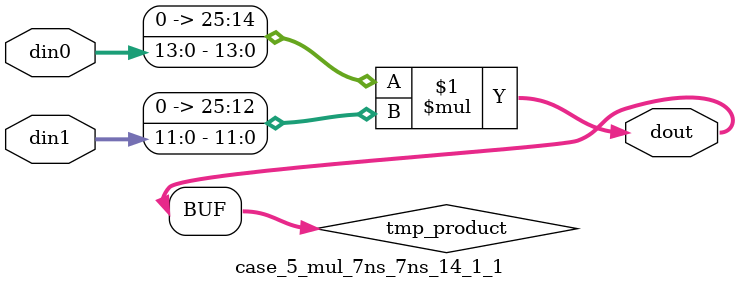
<source format=v>

`timescale 1 ns / 1 ps

 (* use_dsp = "no" *)  module case_5_mul_7ns_7ns_14_1_1(din0, din1, dout);
parameter ID = 1;
parameter NUM_STAGE = 0;
parameter din0_WIDTH = 14;
parameter din1_WIDTH = 12;
parameter dout_WIDTH = 26;

input [din0_WIDTH - 1 : 0] din0; 
input [din1_WIDTH - 1 : 0] din1; 
output [dout_WIDTH - 1 : 0] dout;

wire signed [dout_WIDTH - 1 : 0] tmp_product;
























assign tmp_product = $signed({1'b0, din0}) * $signed({1'b0, din1});











assign dout = tmp_product;





















endmodule

</source>
